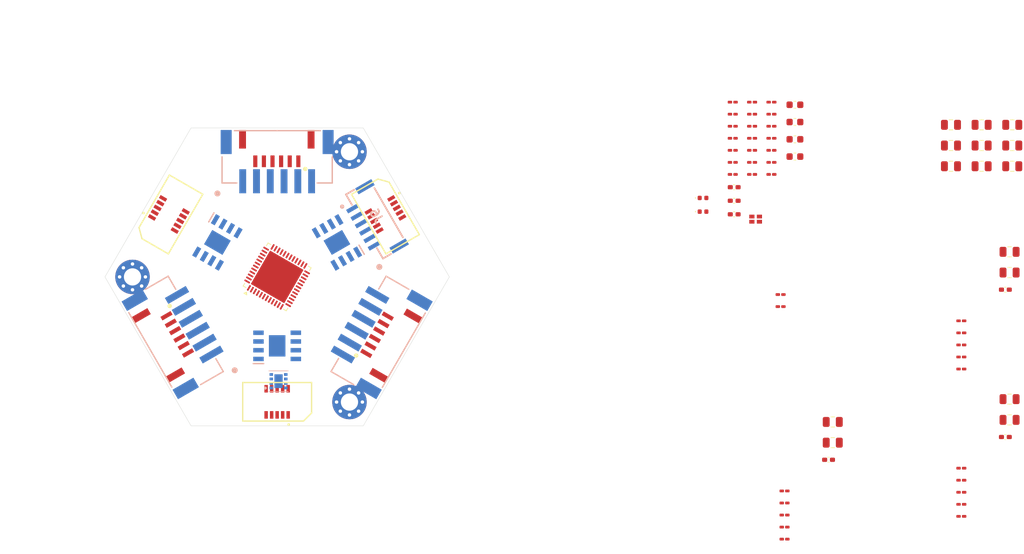
<source format=kicad_pcb>
(kicad_pcb (version 20241229) (generator "pcbnew") (generator_version "9.0")
  (layers (0 "F.Cu" signal) (4 "In1.Cu" signal) (6 "In2.Cu" signal) (8 "In3.Cu" signal) (10 "In4.Cu" signal) (2 "B.Cu" signal) (13 "F.Paste" user) (15 "B.Paste" user) (5 "F.SilkS" user "F.Silkscreen") (7 "B.SilkS" user "B.Silkscreen") (1 "F.Mask" user) (3 "B.Mask" user) (25 "Edge.Cuts" user))
  (net 0 "")
  (net 1 "GND")
  (net 2 "VBAT+")
  (net 3 "+3.3V")
  (net 4 "Net-(IC1-SS{slash}TR)")
  (net 5 "/ADC2_IN5")
  (net 6 "/NRST")
  (net 7 "/ADC_VBAT")
  (net 8 "/HSE_IN")
  (net 9 "Net-(Y1-CRYSTAL_2)")
  (net 10 "/EXT_BTN_EXTI10")
  (net 11 "Net-(D1-A)")
  (net 12 "Net-(IC1-FB)")
  (net 13 "Net-(IC1-PG)")
  (net 14 "/MOTOR2/MOT2")
  (net 15 "Net-(IC2-ILIM)")
  (net 16 "Net-(IC2-IN1)")
  (net 17 "/MOTOR2/MOT1")
  (net 18 "Net-(IC2-IN2)")
  (net 19 "/MOTOR1/MOT2")
  (net 20 "Net-(IC3-IN2)")
  (net 21 "Net-(IC3-ILIM)")
  (net 22 "Net-(IC3-IN1)")
  (net 23 "/MOTOR1/MOT1")
  (net 24 "/MOTOR3/MOT2")
  (net 25 "Net-(IC4-IN1)")
  (net 26 "/MOTOR3/MOT1")
  (net 27 "Net-(IC4-IN2)")
  (net 28 "Net-(IC4-ILIM)")
  (net 29 "Net-(J1-Pad3)")
  (net 30 "/HALL2_CS")
  (net 31 "/HALL2_MISO")
  (net 32 "Net-(J1-Pad5)")
  (net 33 "/MOT2_HALL_B{slash}TIM1CH2")
  (net 34 "/MOT2_HALL_A{slash}TIM1CH1")
  (net 35 "Net-(J3-Pad3)")
  (net 36 "/HALL1_MISO")
  (net 37 "Net-(J3-Pad5)")
  (net 38 "/HALL1_CS")
  (net 39 "/MOT1_HALL_B{slash}TIM2CH2")
  (net 40 "/MOT1_HALL_A{slash}TIM2CH1")
  (net 41 "/SWDIO")
  (net 42 "/SWCLK")
  (net 49 "/HALL3_MISO")
  (net 50 "Net-(J9-Pad3)")
  (net 51 "/HALL3_CS")
  (net 52 "Net-(J9-Pad5)")
  (net 53 "/MOT3_HALL_B{slash}TIM8CH2")
  (net 54 "/MOT3_HALL_A{slash}TIM8CH1")
  (net 55 "Net-(LEDRED1-A)")
  (net 56 "/HSE_OUT")
  (net 57 "/HALL2_CLK")
  (net 58 "/MOT2_PWMA{slash}TIM4CH1")
  (net 59 "/MOT2_PWMB{slash}TIM4CH2")
  (net 60 "/HALL2_MOSI")
  (net 61 "Net-(D1-K)")
  (net 62 "/HALL1_CLK")
  (net 63 "/MOT1_PWMA{slash}TIM3CH3")
  (net 64 "/MOT1_PWMB{slash}TIM3CH4")
  (net 65 "/HALL1_MOSI")
  (net 66 "/HALL3_CLK")
  (net 67 "/MOT3_PWMA{slash}TIM3CH1")
  (net 68 "/MOT3_PWMB{slash}TIM3CH2")
  (net 69 "/HALL3_MOSI")
  (net 71 "/USART3_TX")
  (net 76 "/USART3_RX")
  (net 78 "/UART_EXTI")
  (footprint "Resistor_SMD:R_0201_0603Metric_Pad0.64x0.40mm_HandSolder" (layer "F.Cu") (at 203.663 130.605)
    (property "Reference" "R18" (hide yes))
    (property "Value" "22R" (hide yes))
    (pad "1" smd roundrect (at -0.4075 0) (size 0.635 0.4) (layers "F.Cu" "F.Mask") (net 64 "/MOT1_PWMB{slash}TIM3CH4"))
    (pad "2" smd roundrect (at 0.4075 0) (size 0.635 0.4) (layers "F.Cu" "F.Mask") (net 22 "Net-(IC3-IN1)"))
  )
  (footprint "Capacitor_SMD:C_0603_1608Metric" (layer "F.Cu") (at 205.173 76.005)
    (property "Reference" "C5" (hide yes))
    (property "Value" "22u" (hide yes))
    (pad "1" smd roundrect (at -0.775 0) (size 0.9 0.95) (layers "F.Cu" "F.Mask" "F.Paste") (net 3 "+3.3V"))
    (pad "2" smd roundrect (at 0.775 0) (size 0.9 0.95) (layers "F.Cu" "F.Mask" "F.Paste") (net 1 "GND"))
  )
  (footprint "Capacitor_SMD:C_0201_0603Metric_Pad0.64x0.40mm_HandSolder" (layer "F.Cu") (at 196.143 75.855)
    (property "Reference" "C8" (hide yes))
    (property "Value" "100n" (hide yes))
    (pad "1" smd roundrect (at -0.4075 0) (size 0.635 0.4) (layers "F.Cu" "F.Mask") (net 7 "/ADC_VBAT"))
    (pad "2" smd roundrect (at 0.4075 0) (size 0.635 0.4) (layers "F.Cu" "F.Mask") (net 1 "GND"))
  )
  (footprint "Resistor_SMD:R_0201_0603Metric_Pad0.64x0.40mm_HandSolder" (layer "F.Cu") (at 229.333 107.635)
    (property "Reference" "R25" (hide yes))
    (property "Value" "32k" (hide yes))
    (pad "1" smd roundrect (at -0.4075 0) (size 0.635 0.4) (layers "F.Cu" "F.Mask") (net 28 "Net-(IC4-ILIM)"))
    (pad "2" smd roundrect (at 0.4075 0) (size 0.635 0.4) (layers "F.Cu" "F.Mask") (net 1 "GND"))
  )
  (footprint "Capacitor_SMD:C_0201_0603Metric_Pad0.64x0.40mm_HandSolder" (layer "F.Cu") (at 198.953 70.605)
    (property "Reference" "C18" (hide yes))
    (property "Value" "100n" (hide yes))
    (pad "1" smd roundrect (at -0.4075 0) (size 0.635 0.4) (layers "F.Cu" "F.Mask") (net 1 "GND"))
    (pad "2" smd roundrect (at 0.4075 0) (size 0.635 0.4) (layers "F.Cu" "F.Mask") (net 3 "+3.3V"))
  )
  (footprint "Resistor_SMD:R_0201_0603Metric_Pad0.64x0.40mm_HandSolder" (layer "F.Cu") (at 201.763 79.355)
    (property "Reference" "R9" (hide yes))
    (property "Value" "1k" (hide yes))
    (pad "1" smd roundrect (at -0.4075 0) (size 0.635 0.4) (layers "F.Cu" "F.Mask") (net 1 "GND"))
    (pad "2" smd roundrect (at 0.4075 0) (size 0.635 0.4) (layers "F.Cu" "F.Mask") (net 61 "Net-(D1-K)"))
  )
  (footprint "Capacitor_SMD:C_0805_2012Metric" (layer "F.Cu") (at 236.333 92.355)
    (property "Reference" "C36" (hide yes))
    (property "Value" "22u" (hide yes))
    (pad "1" smd roundrect (at -0.95 0) (size 1 1.45) (layers "F.Cu" "F.Mask" "F.Paste") (net 2 "VBAT+"))
    (pad "2" smd roundrect (at 0.95 0) (size 1 1.45) (layers "F.Cu" "F.Mask" "F.Paste") (net 1 "GND"))
  )
  (footprint "Resistor_SMD:R_0201_0603Metric_Pad0.64x0.40mm_HandSolder" (layer "F.Cu") (at 229.333 129.045)
    (property "Reference" "R14" (hide yes))
    (property "Value" "32k" (hide yes))
    (pad "1" smd roundrect (at -0.4075 0) (size 0.635 0.4) (layers "F.Cu" "F.Mask") (net 15 "Net-(IC2-ILIM)"))
    (pad "2" smd roundrect (at 0.4075 0) (size 0.635 0.4) (layers "F.Cu" "F.Mask") (net 1 "GND"))
  )
  (footprint "Resistor_SMD:R_0201_0603Metric_Pad0.64x0.40mm_HandSolder" (layer "F.Cu") (at 201.763 77.605)
    (property "Reference" "R8" (hide yes))
    (property "Value" "10k" (hide yes))
    (pad "1" smd roundrect (at -0.4075 0) (size 0.635 0.4) (layers "F.Cu" "F.Mask") (net 2 "VBAT+"))
    (pad "2" smd roundrect (at 0.4075 0) (size 0.635 0.4) (layers "F.Cu" "F.Mask") (net 7 "/ADC_VBAT"))
  )
  (footprint "Capacitor_SMD:C_0201_0603Metric_Pad0.64x0.40mm_HandSolder" (layer "F.Cu") (at 196.143 74.105)
    (property "Reference" "C7" (hide yes))
    (property "Value" "100n" (hide yes))
    (pad "1" smd roundrect (at -0.4075 0) (size 0.635 0.4) (layers "F.Cu" "F.Mask") (net 6 "/NRST"))
    (pad "2" smd roundrect (at 0.4075 0) (size 0.635 0.4) (layers "F.Cu" "F.Mask") (net 1 "GND"))
  )
  (footprint "Resistor_SMD:R_0201_0603Metric_Pad0.64x0.40mm_HandSolder" (layer "F.Cu") (at 203.093 100.315)
    (property "Reference" "R21" (hide yes))
    (property "Value" "1k" (hide yes))
    (pad "1" smd roundrect (at -0.4075 0) (size 0.635 0.4) (layers "F.Cu" "F.Mask") (net 1 "GND"))
    (pad "2" smd roundrect (at 0.4075 0) (size 0.635 0.4) (layers "F.Cu" "F.Mask") (net 10 "/EXT_BTN_EXTI10"))
  )
  (footprint "Capacitor_SMD:C_0201_0603Metric_Pad0.64x0.40mm_HandSolder" (layer "F.Cu") (at 198.953 72.355)
    (property "Reference" "C21" (hide yes))
    (property "Value" "100n" (hide yes))
    (pad "1" smd roundrect (at -0.4075 0) (size 0.635 0.4) (layers "F.Cu" "F.Mask") (net 1 "GND"))
    (pad "2" smd roundrect (at 0.4075 0) (size 0.635 0.4) (layers "F.Cu" "F.Mask") (net 3 "+3.3V"))
  )
  (footprint "ERM8:SAMTEC_ERM8-005-XX.X-X-DV-TR" (layer "F.Cu") (at 145.719 86.925 -60)
    (property "Reference" "J5" (hide yes))
    (property "Value" "ERM8-005-XX.X-X-DV-TR" (hide yes))
    (pad "" np_thru_hole circle (at -3.4 1.5 300) (size 1.45 1.45) (drill 1.45) (layers "*.Cu" "*.Mask"))
    (pad "" np_thru_hole circle (at 3.4 1.5 300) (size 1.45 1.45) (drill 1.45) (layers "*.Cu" "*.Mask"))
    (pad "01" smd rect (at -1.6 -1.9 300) (size 0.5 1.1) (layers "F.Cu" "F.Mask" "F.Paste") (net 1 "GND"))
    (pad "02" smd rect (at -1.6 1.9 300) (size 0.5 1.1) (layers "F.Cu" "F.Mask" "F.Paste") (net 1 "GND"))
    (pad "03" smd rect (at -0.8 -1.9 300) (size 0.5 1.1) (layers "F.Cu" "F.Mask" "F.Paste") (net 78 "/UART_EXTI"))
    (pad "04" smd rect (at -0.8 1.9 300) (size 0.5 1.1) (layers "F.Cu" "F.Mask" "F.Paste") (net 78 "/UART_EXTI"))
    (pad "05" smd rect (at 0 -1.9 300) (size 0.5 1.1) (layers "F.Cu" "F.Mask" "F.Paste") (net 71 "/USART3_TX"))
    (pad "06" smd rect (at 0 1.9 300) (size 0.5 1.1) (layers "F.Cu" "F.Mask" "F.Paste") (net 71 "/USART3_TX"))
    (pad "07" smd rect (at 0.8 -1.9 300) (size 0.5 1.1) (layers "F.Cu" "F.Mask" "F.Paste") (net 76 "/USART3_RX"))
    (pad "08" smd rect (at 0.8 1.9 300) (size 0.5 1.1) (layers "F.Cu" "F.Mask" "F.Paste") (net 76 "/USART3_RX"))
    (pad "09" smd rect (at 1.6 -1.9 300) (size 0.5 1.1) (layers "F.Cu" "F.Mask" "F.Paste") (net 2 "VBAT+"))
    (pad "10" smd rect (at 1.6 1.9 300) (size 0.5 1.1) (layers "F.Cu" "F.Mask" "F.Paste") (net 2 "VBAT+"))
  )
  (footprint "samacsys:SM06B-GHS-TB" (layer "F.Cu") (at 111.554231 106.624584 -60)
    (property "Reference" "J9" (hide yes))
    (property "Value" "SM06B-GHS-TB_LF__SN_" (hide yes))
    (pad "1" smd rect (at -3.124999 -4.55 300) (size 0.6 1.7) (layers "F.Cu" "F.Mask" "F.Paste") (net 1 "GND"))
    (pad "2" smd rect (at -1.875 -4.550001 300) (size 0.6 1.7) (layers "F.Cu" "F.Mask" "F.Paste") (net 51 "/HALL3_CS"))
    (pad "3" smd rect (at -0.625 -4.55 300) (size 0.6 1.7) (layers "F.Cu" "F.Mask" "F.Paste") (net 50 "Net-(J9-Pad3)"))
    (pad "4" smd rect (at 0.625 -4.55 300) (size 0.6 1.7) (layers "F.Cu" "F.Mask" "F.Paste") (net 49 "/HALL3_MISO"))
    (pad "5" smd rect (at 1.875001 -4.55 300) (size 0.6 1.7) (layers "F.Cu" "F.Mask" "F.Paste") (net 52 "Net-(J9-Pad5)"))
    (pad "6" smd rect (at 3.125 -4.550001 300) (size 0.6 1.7) (layers "F.Cu" "F.Mask" "F.Paste") (net 3 "+3.3V"))
    (pad "7" smd rect (at -4.975 -1.35 300) (size 1 2.7) (layers "F.Cu" "F.Mask" "F.Paste") (net 1 "GND"))
    (pad "8" smd rect (at 4.975 -1.35 300) (size 1 2.7) (layers "F.Cu" "F.Mask" "F.Paste") (net 1 "GND"))
  )
  (footprint "Capacitor_SMD:C_0402_1005Metric_Pad0.74x0.62mm_HandSolder" (layer "F.Cu") (at 235.723 119.265)
    (property "Reference" "C28" (hide yes))
    (property "Value" "1u" (hide yes))
    (pad "1" smd roundrect (at -0.5675 0) (size 0.735 0.62) (layers "F.Cu" "F.Mask" "F.Paste") (net 1 "GND"))
    (pad "2" smd roundrect (at 0.5675 0) (size 0.735 0.62) (layers "F.Cu" "F.Mask" "F.Paste") (net 2 "VBAT+"))
  )
  (footprint "Capacitor_SMD:C_0603_1608Metric" (layer "F.Cu") (at 205.173 73.495)
    (property "Reference" "C2" (hide yes))
    (property "Value" "10u" (hide yes))
    (pad "1" smd roundrect (at -0.775 0) (size 0.9 0.95) (layers "F.Cu" "F.Mask" "F.Paste") (net 2 "VBAT+"))
    (pad "2" smd roundrect (at 0.775 0) (size 0.9 0.95) (layers "F.Cu" "F.Mask" "F.Paste") (net 1 "GND"))
  )
  (footprint "Capacitor_SMD:C_0805_2012Metric" (layer "F.Cu") (at 210.663 120.085)
    (property "Reference" "C33" (hide yes))
    (property "Value" "22u" (hide yes))
    (pad "1" smd roundrect (at -0.95 0) (size 1 1.45) (layers "F.Cu" "F.Mask" "F.Paste") (net 2 "VBAT+"))
    (pad "2" smd roundrect (at 0.95 0) (size 1 1.45) (layers "F.Cu" "F.Mask" "F.Paste") (net 1 "GND"))
  )
  (footprint "Resistor_SMD:R_0201_0603Metric_Pad0.64x0.40mm_HandSolder" (layer "F.Cu") (at 203.663 134.105)
    (property "Reference" "R20" (hide yes))
    (property "Value" "22R" (hide yes))
    (pad "1" smd roundrect (at -0.4075 0) (size 0.635 0.4) (layers "F.Cu" "F.Mask") (net 37 "Net-(J3-Pad5)"))
    (pad "2" smd roundrect (at 0.4075 0) (size 0.635 0.4) (layers "F.Cu" "F.Mask") (net 65 "/HALL1_MOSI"))
  )
  (footprint "Capacitor_SMD:C_0402_1005Metric_Pad0.74x0.62mm_HandSolder" (layer "F.Cu") (at 196.353 86.905)
    (property "Reference" "C26" (hide yes))
    (property "Value" "1u" (hide yes))
    (pad "1" smd roundrect (at -0.5675 0) (size 0.735 0.62) (layers "F.Cu" "F.Mask" "F.Paste") (net 1 "GND"))
    (pad "2" smd roundrect (at 0.5675 0) (size 0.735 0.62) (layers "F.Cu" "F.Mask" "F.Paste") (net 3 "+3.3V"))
  )
  (footprint "Resistor_SMD:R_0201_0603Metric_Pad0.64x0.40mm_HandSolder" (layer "F.Cu") (at 229.333 109.385)
    (property "Reference" "R26" (hide yes))
    (property "Value" "22R" (hide yes))
    (pad "1" smd roundrect (at -0.4075 0) (size 0.635 0.4) (layers "F.Cu" "F.Mask") (net 52 "Net-(J9-Pad5)"))
    (pad "2" smd roundrect (at 0.4075 0) (size 0.635 0.4) (layers "F.Cu" "F.Mask") (net 69 "/HALL3_MOSI"))
  )
  (footprint "Capacitor_SMD:C_0805_2012Metric" (layer "F.Cu") (at 210.663 117.075)
    (property "Reference" "C32" (hide yes))
    (property "Value" "22u" (hide yes))
    (pad "1" smd roundrect (at -0.95 0) (size 1 1.45) (layers "F.Cu" "F.Mask" "F.Paste") (net 2 "VBAT+"))
    (pad "2" smd roundrect (at 0.95 0) (size 1 1.45) (layers "F.Cu" "F.Mask" "F.Paste") (net 1 "GND"))
  )
  (footprint "MountingHole:MountingHole_2.5mm_Pad_Via" (layer "F.Cu") (at 140.5 77.813467)
    (property "Reference" "TP1" (hide yes))
    (property "Value" "TestPoint" (hide yes))
    (pad "1" thru_hole circle (at -1.875 0) (size 0.8 0.8) (drill 0.5) (layers "*.Cu" "*.Mask") (net 1 "GND"))
    (pad "1" thru_hole circle (at -1.325825 -1.325825) (size 0.8 0.8) (drill 0.5) (layers "*.Cu" "*.Mask") (net 1 "GND"))
    (pad "1" thru_hole circle (at -1.325825 1.325825) (size 0.8 0.8) (drill 0.5) (layers "*.Cu" "*.Mask") (net 1 "GND"))
    (pad "1" thru_hole circle (at 0 -1.875) (size 0.8 0.8) (drill 0.5) (layers "*.Cu" "*.Mask") (net 1 "GND"))
    (pad "1" thru_hole circle (at 0 0) (size 5 5) (drill 2.5) (layers "*.Cu" "*.Mask") (net 1 "GND"))
    (pad "1" thru_hole circle (at 0 1.875) (size 0.8 0.8) (drill 0.5) (layers "*.Cu" "*.Mask") (net 1 "GND"))
    (pad "1" thru_hole circle (at 1.325825 -1.325825) (size 0.8 0.8) (drill 0.5) (layers "*.Cu" "*.Mask") (net 1 "GND"))
    (pad "1" thru_hole circle (at 1.325825 1.325825) (size 0.8 0.8) (drill 0.5) (layers "*.Cu" "*.Mask") (net 1 "GND"))
    (pad "1" thru_hole circle (at 1.875 0) (size 0.8 0.8) (drill 0.5) (layers "*.Cu" "*.Mask") (net 1 "GND"))
  )
  (footprint "samacsys:SM06B-GHS-TB" (layer "F.Cu") (at 148.437442 106.685 60)
    (property "Reference" "J3" (hide yes))
    (property "Value" "SM06B-GHS-TB_LF__SN_" (hide yes))
    (pad "1" smd rect (at -3.125 -4.550001 60) (size 0.6 1.7) (layers "F.Cu" "F.Mask" "F.Paste") (net 1 "GND"))
    (pad "2" smd rect (at -1.875001 -4.55 60) (size 0.6 1.7) (layers "F.Cu" "F.Mask" "F.Paste") (net 38 "/HALL1_CS"))
    (pad "3" smd rect (at -0.625 -4.55 60) (size 0.6 1.7) (layers "F.Cu" "F.Mask" "F.Paste") (net 35 "Net-(J3-Pad3)"))
    (pad "4" smd rect (at 0.625 -4.55 60) (size 0.6 1.7) (layers "F.Cu" "F.Mask" "F.Paste") (net 36 "/HALL1_MISO"))
    (pad "5" smd rect (at 1.875 -4.550001 60) (size 0.6 1.7) (layers "F.Cu" "F.Mask" "F.Paste") (net 37 "Net-(J3-Pad5)"))
    (pad "6" smd rect (at 3.124999 -4.55 60) (size 0.6 1.7) (layers "F.Cu" "F.Mask" "F.Paste") (net 3 "+3.3V"))
    (pad "7" smd rect (at -4.975 -1.35 60) (size 1 2.7) (layers "F.Cu" "F.Mask" "F.Paste") (net 1 "GND"))
    (pad "8" smd rect (at 4.975 -1.35 60) (size 1 2.7) (layers "F.Cu" "F.Mask" "F.Paste") (net 1 "GND"))
  )
  (footprint "Capacitor_SMD:C_0402_1005Metric_Pad0.74x0.62mm_HandSolder" (layer "F.Cu") (at 235.723 97.855)
    (property "Reference" "C35" (hide yes))
    (property "Value" "1u" (hide yes))
    (pad "1" smd roundrect (at -0.5675 0) (size 0.735 0.62) (layers "F.Cu" "F.Mask" "F.Paste") (net 1 "GND"))
    (pad "2" smd roundrect (at 0.5675 0) (size 0.735 0.62) (layers "F.Cu" "F.Mask" "F.Paste") (net 2 "VBAT+"))
  )
  (footprint "Resistor_SMD:R_0201_0603Metric_Pad0.64x0.40mm_HandSolder" (layer "F.Cu") (at 201.763 81.105)
    (property "Reference" "R10" (hide yes))
    (property "Value" "22R" (hide yes))
    (pad "1" smd roundrect (at -0.4075 0) (size 0.635 0.4) (layers "F.Cu" "F.Mask") (net 9 "Net-(Y1-CRYSTAL_2)"))
    (pad "2" smd roundrect (at 0.4075 0) (size 0.635 0.4) (layers "F.Cu" "F.Mask") (net 56 "/HSE_OUT"))
  )
  (footprint "Capacitor_SMD:C_0805_2012Metric" (layer "F.Cu") (at 236.725 79.92)
    (property "Reference" "C27" (hide yes))
    (property "Value" "22u" (hide yes))
    (pad "1" smd roundrect (at -0.95 0) (size 1 1.45) (layers "F.Cu" "F.Mask" "F.Paste") (net 2 "VBAT+"))
    (pad "2" smd roundrect (at 0.95 0) (size 1 1.45) (layers "F.Cu" "F.Mask" "F.Paste") (net 1 "GND"))
  )
  (footprint "Resistor_SMD:R_0201_0603Metric_Pad0.64x0.40mm_HandSolder" (layer "F.Cu") (at 198.953 77.605)
    (property "Reference" "R1" (hide yes))
    (property "Value" "15k" (hide yes))
    (pad "1" smd roundrect (at -0.4075 0) (size 0.635 0.4) (layers "F.Cu" "F.Mask") (net 5 "/ADC2_IN5"))
    (pad "2" smd roundrect (at 0.4075 0) (size 0.635 0.4) (layers "F.Cu" "F.Mask") (net 1 "GND"))
  )
  (footprint "Capacitor_SMD:C_0201_0603Metric_Pad0.64x0.40mm_HandSolder" (layer "F.Cu") (at 196.143 79.355)
    (property "Reference" "C11" (hide yes))
    (property "Value" "100n" (hide yes))
    (pad "1" smd roundrect (at -0.4075 0) (size 0.635 0.4) (layers "F.Cu" "F.Mask") (net 1 "GND"))
    (pad "2" smd roundrect (at 0.4075 0) (size 0.635 0.4) (layers "F.Cu" "F.Mask") (net 3 "+3.3V"))
  )
  (footprint "Capacitor_SMD:C_0201_0603Metric_Pad0.64x0.40mm_HandSolder" (layer "F.Cu") (at 196.143 77.605)
    (property "Reference" "C9" (hide yes))
    (property "Value" "100n" (hide yes))
    (pad "1" smd roundrect (at -0.4075 0) (size 0.635 0.4) (layers "F.Cu" "F.Mask") (net 1 "GND"))
    (pad "2" smd roundrect (at 0.4075 0) (size 0.635 0.4) (layers "F.Cu" "F.Mask") (net 8 "/HSE_IN"))
  )
  (footprint "Capacitor_SMD:C_0805_2012Metric" (layer "F.Cu") (at 236.725 76.91)
    (property "Reference" "C24" (hide yes))
    (property "Value" "22u" (hide yes))
    (pad "1" smd roundrect (at -0.95 0) (size 1 1.45) (layers "F.Cu" "F.Mask" "F.Paste") (net 2 "VBAT+"))
    (pad "2" smd roundrect (at 0.95 0) (size 1 1.45) (layers "F.Cu" "F.Mask" "F.Paste") (net 1 "GND"))
  )
  (footprint "Capacitor_SMD:C_0805_2012Metric" (layer "F.Cu") (at 227.825 79.92)
    (property "Reference" "C14" (hide yes))
    (property "Value" "22u" (hide yes))
    (pad "1" smd roundrect (at -0.95 0) (size 1 1.45) (layers "F.Cu" "F.Mask" "F.Paste") (net 2 "VBAT+"))
    (pad "2" smd roundrect (at 0.95 0) (size 1 1.45) (layers "F.Cu" "F.Mask" "F.Paste") (net 1 "GND"))
  )
  (footprint "Capacitor_SMD:C_0402_1005Metric_Pad0.74x0.62mm_HandSolder" (layer "F.Cu") (at 196.353 84.935)
    (property "Reference" "C16" (hide yes))
    (property "Value" "4.7u" (hide yes))
    (pad "1" smd roundrect (at -0.5675 0) (size 0.735 0.62) (layers "F.Cu" "F.Mask" "F.Paste") (net 3 "+3.3V"))
    (pad "2" smd roundrect (at 0.5675 0) (size 0.735 0.62) (layers "F.Cu" "F.Mask" "F.Paste") (net 1 "GND"))
  )
  (footprint "Resistor_SMD:R_0201_0603Metric_Pad0.64x0.40mm_HandSolder" (layer "F.Cu") (at 203.663 127.105)
    (property "Reference" "R16" (hide yes))
    (property "Value" "22R" (hide yes))
    (pad "1" smd roundrect (at -0.4075 0) (size 0.635 0.4) (layers "F.Cu" "F.Mask") (net 62 "/HALL1_CLK"))
    (pad "2" smd roundrect (at 0.4075 0) (size 0.635 0.4) (layers "F.Cu" "F.Mask") (net 35 "Net-(J3-Pad3)"))
  )
  (footprint "Capacitor_SMD:C_0805_2012Metric" (layer "F.Cu") (at 232.275 73.9)
    (property "Reference" "C15" (hide yes))
    (property "Value" "22u" (hide yes))
    (pad "1" smd roundrect (at -0.95 0) (size 1 1.45) (layers "F.Cu" "F.Mask" "F.Paste") (net 2 "VBAT+"))
    (pad "2" smd roundrect (at 0.95 0) (size 1 1.45) (layers "F.Cu" "F.Mask" "F.Paste") (net 1 "GND"))
  )
  (footprint "MountingHole:MountingHole_2.5mm_Pad_Via" (layer "F.Cu") (at 140.5 114.186533)
    (property "Reference" "TP3" (hide yes))
    (property "Value" "TestPoint" (hide yes))
    (pad "1" thru_hole circle (at -1.875 0) (size 0.8 0.8) (drill 0.5) (layers "*.Cu" "*.Mask") (net 1 "GND"))
    (pad "1" thru_hole circle (at -1.325825 -1.325825) (size 0.8 0.8) (drill 0.5) (layers "*.Cu" "*.Mask") (net 1 "GND"))
    (pad "1" thru_hole circle (at -1.325825 1.325825) (size 0.8 0.8) (drill 0.5) (layers "*.Cu" "*.Mask") (net 1 "GND"))
    (pad "1" thru_hole circle (at 0 -1.875) (size 0.8 0.8) (drill 0.5) (layers "*.Cu" "*.Mask") (net 1 "GND"))
    (pad "1" thru_hole circle (at 0 0) (size 5 5) (drill 2.5) (layers "*.Cu" "*.Mask") (net 1 "GND"))
    (pad "1" thru_hole circle (at 0 1.875) (size 0.8 0.8) (drill 0.5) (layers "*.Cu" "*.Mask") (net 1 "GND"))
    (pad "1" thru_hole circle (at 1.325825 -1.325825) (size 0.8 0.8) (drill 0.5) (layers "*.Cu" "*.Mask") (net 1 "GND"))
    (pad "1" thru_hole circle (at 1.325825 1.325825) (size 0.8 0.8) (drill 0.5) (layers "*.Cu" "*.Mask") (net 1 "GND"))
    (pad "1" thru_hole circle (at 1.875 0) (size 0.8 0.8) (drill 0.5) (layers "*.Cu" "*.Mask") (net 1 "GND"))
  )
  (footprint "Resistor_SMD:R_0201_0603Metric_Pad0.64x0.40mm_HandSolder" (layer "F.Cu") (at 201.763 70.605)
    (property "Reference" "R4" (hide yes))
    (property "Value" "309k" (hide yes))
    (pad "1" smd roundrect (at -0.4075 0) (size 0.635 0.4) (layers "F.Cu" "F.Mask") (net 3 "+3.3V"))
    (pad "2" smd roundrect (at 0.4075 0) (size 0.635 0.4) (layers "F.Cu" "F.Mask") (net 12 "Net-(IC1-FB)"))
  )
  (footprint "Capacitor_SMD:C_0201_0603Metric_Pad0.64x0.40mm_HandSolder" (layer "F.Cu") (at 198.953 75.855)
    (property "Reference" "C25" (hide yes))
    (property "Value" "10n" (hide yes))
    (pad "1" smd roundrect (at -0.4075 0) (size 0.635 0.4) (layers "F.Cu" "F.Mask") (net 1 "GND"))
    (pad "2" smd roundrect (at 0.4075 0) (size 0.635 0.4) (layers "F.Cu" "F.Mask") (net 3 "+3.3V"))
  )
  (footprint "Capacitor_SMD:C_0402_1005Metric_Pad0.74x0.62mm_HandSolder" (layer "F.Cu") (at 196.353 82.965)
    (property "Reference" "C10" (hide yes))
    (property "Value" "1u" (hide yes))
    (pad "1" smd roundrect (at -0.5675 0) (size 0.735 0.62) (layers "F.Cu" "F.Mask" "F.Paste") (net 1 "GND"))
    (pad "2" smd roundrect (at 0.5675 0) (size 0.735 0.62) (layers "F.Cu" "F.Mask" "F.Paste") (net 3 "+3.3V"))
  )
  (footprint "Capacitor_SMD:C_0201_0603Metric_Pad0.64x0.40mm_HandSolder" (layer "F.Cu") (at 198.953 74.105)
    (property "Reference" "C23" (hide yes))
    (property "Value" "100n" (hide yes))
    (pad "1" smd roundrect (at -0.4075 0) (size 0.635 0.4) (layers "F.Cu" "F.Mask") (net 1 "GND"))
    (pad "2" smd roundrect (at 0.4075 0) (size 0.635 0.4) (layers "F.Cu" "F.Mask") (net 3 "+3.3V"))
  )
  (footprint "Capacitor_SMD:C_0805_2012Metric" (layer "F.Cu") (at 232.275 76.91)
    (property "Reference" "C19" (hide yes))
    (property "Value" "22u" (hide yes))
    (pad "1" smd roundrect (at -0.95 0) (size 1 1.45) (layers "F.Cu" "F.Mask" "F.Paste") (net 2 "VBAT+"))
    (pad "2" smd roundrect (at 0.95 0) (size 1 1.45) (layers "F.Cu" "F.Mask" "F.Paste") (net 1 "GND"))
  )
  (footprint "LED_SMD:LED_0402_1005Metric" (layer "F.Cu") (at 191.828 84.525)
    (property "Reference" "D1" (hide yes))
    (property "Value" "LED" (hide yes))
    (pad "1" smd roundrect (at -0.485 0) (size 0.59 0.64) (layers "F.Cu" "F.Mask" "F.Paste") (net 61 "Net-(D1-K)"))
    (pad "2" smd roundrect (at 0.485 0) (size 0.59 0.64) (layers "F.Cu" "F.Mask" "F.Paste") (net 11 "Net-(D1-A)"))
  )
  (footprint "Resistor_SMD:R_0201_0603Metric_Pad0.64x0.40mm_HandSolder" (layer "F.Cu") (at 198.953 79.355)
    (property "Reference" "R2" (hide yes))
    (property "Value" "100k" (hide yes))
    (pad "1" smd roundrect (at -0.4075 0) (size 0.635 0.4) (layers "F.Cu" "F.Mask") (net 3 "+3.3V"))
    (pad "2" smd roundrect (at 0.4075 0) (size 0.635 0.4) (layers "F.Cu" "F.Mask") (net 5 "/ADC2_IN5"))
  )
  (footprint "Resistor_SMD:R_0201_0603Metric_Pad0.64x0.40mm_HandSolder" (layer "F.Cu") (at 201.763 72.355)
    (property "Reference" "R5" (hide yes))
    (property "Value" "100k" (hide yes))
    (pad "1" smd roundrect (at -0.4075 0) (size 0.635 0.4) (layers "F.Cu" "F.Mask") (net 12 "Net-(IC1-FB)"))
    (pad "2" smd roundrect (at 0.4075 0) (size 0.635 0.4) (layers "F.Cu" "F.Mask") (net 1 "GND"))
  )
  (footprint "Capacitor_SMD:C_0201_0603Metric_Pad0.64x0.40mm_HandSolder" (layer "F.Cu") (at 196.143 70.605)
    (property "Reference" "C3" (hide yes))
    (property "Value" "430pF" (hide yes))
    (pad "1" smd roundrect (at -0.4075 0) (size 0.635 0.4) (layers "F.Cu" "F.Mask") (net 4 "Net-(IC1-SS{slash}TR)"))
    (pad "2" smd roundrect (at 0.4075 0) (size 0.635 0.4) (layers "F.Cu" "F.Mask") (net 1 "GND"))
  )
  (footprint "Package_DFN_QFN:QFN-48-1EP_7x7mm_P0.5mm_EP5.6x5.6mm" (layer "F.Cu") (at 130 96 60)
    (property "Reference" "U1" (hide yes))
    (property "Value" "STM32G431CBUx" (hide yes))
    (pad "1" smd roundrect (at -3.4375 -2.75 60) (size 0.875 0.25) (layers "F.Cu" "F.Mask" "F.Paste") (net 3 "+3.3V"))
    (pad "2" smd roundrect (at -3.4375 -2.25 60) (size 0.875 0.25) (layers "F.Cu" "F.Mask" "F.Paste") (net 11 "Net-(D1-A)"))
    (pad "3" smd roundrect (at -3.437499 -1.75 60) (size 0.875 0.25) (layers "F.Cu" "F.Mask" "F.Paste"))
    (pad "4" smd roundrect (at -3.4375 -1.25 60) (size 0.875 0.25) (layers "F.Cu" "F.Mask" "F.Paste") (net 7 "/ADC_VBAT"))
    (pad "5" smd roundrect (at -3.4375 -0.75 60) (size 0.875 0.25) (layers "F.Cu" "F.Mask" "F.Paste") (net 8 "/HSE_IN"))
    (pad "6" smd roundrect (at -3.4375 -0.25 60) (size 0.875 0.25) (layers "F.Cu" "F.Mask" "F.Paste") (net 56 "/HSE_OUT"))
    (pad "7" smd roundrect (at -3.4375 0.25 60) (size 0.875 0.25) (layers "F.Cu" "F.Mask" "F.Paste") (net 6 "/NRST"))
    (pad "8" smd roundrect (at -3.4375 0.75 60) (size 0.875 0.25) (layers "F.Cu" "F.Mask" "F.Paste") (net 40 "/MOT1_HALL_A{slash}TIM2CH1"))
    (pad "9" smd roundrect (at -3.4375 1.25 60) (size 0.875 0.25) (layers "F.Cu" "F.Mask" "F.Paste") (net 39 "/MOT1_HALL_B{slash}TIM2CH2"))
    (pad "10" smd roundrect (at -3.4375 1.749999 60) (size 0.875 0.25) (layers "F.Cu" "F.Mask" "F.Paste"))
    (pad "11" smd roundrect (at -3.4375 2.25 60) (size 0.875 0.25) (layers "F.Cu" "F.Mask" "F.Paste") (net 38 "/HALL1_CS"))
    (pad "12" smd roundrect (at -3.4375 2.75 60) (size 0.875 0.25) (layers "F.Cu" "F.Mask" "F.Paste") (net 68 "/MOT3_PWMB{slash}TIM3CH2"))
    (pad "13" smd roundrect (at -2.75 3.4375 60) (size 0.25 0.875) (layers "F.Cu" "F.Mask" "F.Paste") (net 62 "/HALL1_CLK"))
    (pad "14" smd roundrect (at -2.25 3.4375 60) (size 0.25 0.875) (layers "F.Cu" "F.Mask" "F.Paste") (net 36 "/HALL1_MISO"))
    (pad "15" smd roundrect (at -1.75 3.437499 60) (size 0.25 0.875) (layers "F.Cu" "F.Mask" "F.Paste") (net 65 "/HALL1_MOSI"))
    (pad "16" smd roundrect (at -1.25 3.4375 60) (size 0.25 0.875) (layers "F.Cu" "F.Mask" "F.Paste") (net 5 "/ADC2_IN5"))
    (pad "17" smd roundrect (at -0.75 3.4375 60) (size 0.25 0.875) (layers "F.Cu" "F.Mask" "F.Paste") (net 63 "/MOT1_PWMA{slash}TIM3CH3"))
    (pad "18" smd roundrect (at -0.25 3.4375 60) (size 0.25 0.875) (layers "F.Cu" "F.Mask" "F.Paste") (net 64 "/MOT1_PWMB{slash}TIM3CH4"))
    (pad "19" smd roundrect (at 0.25 3.4375 60) (size 0.25 0.875) (layers "F.Cu" "F.Mask" "F.Paste") (net 78 "/UART_EXTI"))
    (pad "20" smd roundrect (at 0.75 3.4375 60) (size 0.25 0.875) (layers "F.Cu" "F.Mask" "F.Paste") (net 3 "+3.3V"))
    (pad "21" smd roundrect (at 1.25 3.4375 60) (size 0.25 0.875) (layers "F.Cu" "F.Mask" "F.Paste") (net 3 "+3.3V"))
    (pad "22" smd roundrect (at 1.749999 3.4375 60) (size 0.25 0.875) (layers "F.Cu" "F.Mask" "F.Paste") (net 71 "/USART3_TX"))
    (pad "23" smd roundrect (at 2.25 3.4375 60) (size 0.25 0.875) (layers "F.Cu" "F.Mask" "F.Paste") (net 3 "+3.3V"))
    (pad "24" smd roundrect (at 2.75 3.4375 60) (size 0.25 0.875) (layers "F.Cu" "F.Mask" "F.Paste") (net 76 "/USART3_RX"))
    (pad "25" smd roundrect (at 3.4375 2.75 60) (size 0.875 0.25) (layers "F.Cu" "F.Mask" "F.Paste") (net 30 "/HALL2_CS"))
    (pad "26" smd roundrect (at 3.4375 2.25 60) (size 0.875 0.25) (layers "F.Cu" "F.Mask" "F.Paste") (net 57 "/HALL2_CLK"))
    (pad "27" smd roundrect (at 3.437499 1.75 60) (size 0.875 0.25) (layers "F.Cu" "F.Mask" "F.Paste") (net 31 "/HALL2_MISO"))
    (pad "28" smd roundrect (at 3.4375 1.25 60) (size 0.875 0.25) (layers "F.Cu" "F.Mask" "F.Paste") (net 60 "/HALL2_MOSI"))
    (pad "29" smd roundrect (at 3.4375 0.75 60) (size 0.875 0.25) (layers "F.Cu" "F.Mask" "F.Paste") (net 67 "/MOT3_PWMA{slash}TIM3CH1"))
    (pad "30" smd roundrect (at 3.4375 0.25 60) (size 0.875 0.25) (layers "F.Cu" "F.Mask" "F.Paste") (net 34 "/MOT2_HALL_A{slash}TIM1CH1"))
    (pad "31" smd roundrect (at 3.4375 -0.25 60) (size 0.875 0.25) (layers "F.Cu" "F.Mask" "F.Paste") (net 33 "/MOT2_HALL_B{slash}TIM1CH2"))
    (pad "32" smd roundrect (at 3.4375 -0.75 60) (size 0.875 0.25) (layers "F.Cu" "F.Mask" "F.Paste"))
    (pad "33" smd roundrect (at 3.4375 -1.25 60) (size 0.875 0.25) (layers "F.Cu" "F.Mask" "F.Paste") (net 58 "/MOT2_PWMA{slash}TIM4CH1"))
    (pad "34" smd roundrect (at 3.4375 -1.749999 60) (size 0.875 0.25) (layers "F.Cu" "F.Mask" "F.Paste") (net 59 "/MOT2_PWMB{slash}TIM4CH2"))
    (pad "35" smd roundrect (at 3.4375 -2.25 60) (size 0.875 0.25) (layers "F.Cu" "F.Mask" "F.Paste") (net 3 "+3.3V"))
    (pad "36" smd roundrect (at 3.4375 -2.75 60) (size 0.875 0.25) (layers "F.Cu" "F.Mask" "F.Paste") (net 41 "/SWDIO"))
    (pad "37" smd roundrect (at 2.75 -3.4375 60) (size 0.25 0.875) (layers "F.Cu" "F.Mask" "F.Paste") (net 42 "/SWCLK"))
    (pad "38" smd roundrect (at 2.25 -3.4375 60) (size 0.25 0.875) (layers "F.Cu" "F.Mask" "F.Paste") (net 51 "/HALL3_CS"))
    (pad "39" smd roundrect (at 1.75 -3.437499 60) (size 0.25 0.875) (layers "F.Cu" "F.Mask" "F.Paste") (net 10 "/EXT_BTN_EXTI10"))
    (pad "40" smd roundrect (at 1.25 -3.4375 60) (size 0.25 0.875) (layers "F.Cu" "F.Mask" "F.Paste"))
    (pad "41" smd roundrect (at 0.75 -3.4375 60) (size 0.25 0.875) (layers "F.Cu" "F.Mask" "F.Paste") (net 66 "/HALL3_CLK"))
    (pad "42" smd roundrect (at 0.25 -3.4375 60) (size 0.25 0.875) (layers "F.Cu" "F.Mask" "F.Paste") (net 49 "/HALL3_MISO"))
    (pad "43" smd roundrect (at -0.25 -3.4375 60) (size 0.25 0.875) (layers "F.Cu" "F.Mask" "F.Paste") (net 69 "/HALL3_MOSI"))
    (pad "44" smd roundrect (at -0.75 -3.4375 60) (size 0.25 0.875) (layers "F.Cu" "F.Mask" "F.Paste") (net 54 "/MOT3_HALL_A{slash}TIM8CH1"))
    (pad "45" smd roundrect (at -1.25 -3.4375 60) (size 0.25 0.875) (layers "F.Cu" "F.Mask" "F.Paste"))
    (pad "46" smd roundrect (at -1.749999 -3.4375 60) (size 0.25 0.875) (layers "F.Cu" "F.Mask" "F.Paste") (net 53 "/MOT3_HALL_B{slash}TIM8CH2"))
    (pad "47" smd roundrect (at -2.25 -3.4375 60) (size 0.25 0.875) (layers "F.Cu" "F.Mask" "F.Paste"))
    (pad "48" smd roundrect (at -2.75 -3.4375 60) (size 0.25 0.875) (layers "F.Cu" "F.Mask" "F.Paste") (net 3 "+3.3V"))
    (pad "49" smd rect (at 0 0 60) (size 5.6 5.6) (property pad_prop_heatsink) (layers "F.Cu" "F.Mask") (net 1 "GND"))
  )
  (footprint "Resistor_SMD:R_0201_0603Metric_Pad0.64x0.40mm_HandSolder" (layer "F.Cu") (at 229.333 104.135)
    (property "Reference" "R23" (hide yes))
    (property "Value" "22R" (hide yes))
    (pad "1" smd roundrect (at -0.4075 0) (size 0.635 0.4) (layers "F.Cu" "F.Mask") (net 67 "/MOT3_PWMA{slash}TIM3CH1"))
    (pad "2" smd roundrect (at 0.4075 0) (size 0.635 0.4) (layers "F.Cu" "F.Mask") (net 27 "Net-(IC4-IN2)"))
  )
  (footprint "Resistor_SMD:R_0201_0603Metric_Pad0.64x0.40mm_HandSolder" (layer "F.Cu") (at 201.763 74.105)
    (property "Reference" "R6" (hide yes))
    (property "Value" "1k" (hide yes))
    (pad "1" smd roundrect (at -0.4075 0) (size 0.635 0.4) (layers "F.Cu" "F.Mask") (net 3 "+3.3V"))
    (pad "2" smd roundrect (at 0.4075 0) (size 0.635 0.4) (layers "F.Cu" "F.Mask") (net 55 "Net-(LEDRED1-A)"))
  )
  (footprint "samacsys:830069528" (layer "F.Cu") (at 199.468 87.605)
    (property "Reference" "Y1" (hide yes))
    (property "Value" "830069528" (hide yes))
    (pad "1" smd rect (at -0.55 0.375 90) (size 0.55 0.75) (layers "F.Cu" "F.Mask" "F.Paste") (net 8 "/HSE_IN"))
    (pad "2" smd rect (at 0.55 0.375 90) (size 0.55 0.75) (layers "F.Cu" "F.Mask" "F.Paste") (net 1 "GND"))
    (pad "3" smd rect (at 0.55 -0.375 90) (size 0.55 0.75) (layers "F.Cu" "F.Mask" "F.Paste") (net 9 "Net-(Y1-CRYSTAL_2)"))
    (pad "4" smd rect (at -0.55 -0.375 90) (size 0.55 0.75) (layers "F.Cu" "F.Mask" "F.Paste") (net 1 "GND"))
  )
  (footprint "Capacitor_SMD:C_0805_2012Metric" (layer "F.Cu") (at 227.825 76.91)
    (property "Reference" "C13" (hide yes))
    (property "Value" "22u" (hide yes))
    (pad "1" smd roundrect (at -0.95 0) (size 1 1.45) (layers "F.Cu" "F.Mask" "F.Paste") (net 2 "VBAT+"))
    (pad "2" smd roundrect (at 0.95 0) (size 1 1.45) (layers "F.Cu" "F.Mask" "F.Paste") (net 1 "GND"))
  )
  (footprint "samacsys:SM06B-GHS-TB" (layer "F.Cu") (at 129.95 74.651115 180)
    (property "Reference" "J1" (hide yes))
    (property "Value" "SM06B-GHS-TB_LF__SN_" (hide yes))
    (pad "1" smd rect (at -3.125 -4.55 180) (size 0.6 1.7) (layers "F.Cu" "F.Mask" "F.Paste") (net 1 "GND"))
    (pad "2" smd rect (at -1.875 -4.55 180) (size 0.6 1.7) (layers "F.Cu" "F.Mask" "F.Paste") (net 30 "/HALL2_CS"))
    (pad "3" smd rect (at -0.625 -4.55 180) (size 0.6 1.7) (layers "F.Cu" "F.Mask" "F.Paste") (net 29 "Net-(J1-Pad3)"))
    (pad "4" smd rect (at 0.625 -4.55 180) (size 0.6 1.7) (layers "F.Cu" "F.Mask" "F.Paste") (net 31 "/HALL2_MISO"))
    (pad "5" smd rect (at 1.875 -4.55 180) (size 0.6 1.7) (layers "F.Cu" "F.Mask" "F.Paste") (net 32 "Net-(J1-Pad5)"))
    (pad "6" smd rect (at 3.125 -4.55 180) (size 0.6 1.7) (layers "F.Cu" "F.Mask" "F.Paste") (net 3 "+3.3V"))
    (pad "7" smd rect (at -4.975 -1.35 180) (size 1 2.7) (layers "F.Cu" "F.Mask" "F.Paste") (net 1 "GND"))
    (pad "8" smd rect (at 4.975 -1.35 180) (size 1 2.7) (layers "F.Cu" "F.Mask" "F.Paste") (net 1 "GND"))
  )
  (footprint "Capacitor_SMD:C_0603_1608Metric" (layer "F.Cu") (at 205.173 78.515)
    (property "Reference" "C6" (hide yes))
    (property "Value" "22u" (hide yes))
    (pad "1" smd roundrect (at -0.775 0) (size 0.9 0.95) (layers "F.Cu" "F.Mask" "F.Paste") (net 3 "+3.3V"))
    (pad "2" smd roundrect (at 0.775 0) (size 0.9 0.95) (layers "F.Cu" "F.Mask" "F.Paste") (net 1 "GND"))
  )
  (footprint "Resistor_SMD:R_0201_0603Metric_Pad0.64x0.40mm_HandSolder" (layer "F.Cu") (at 229.333 123.795)
    (property "Reference" "R11" (hide yes))
    (property "Value" "22R" (hide yes))
    (pad "1" smd roundrect (at -0.4075 0) (size 0.635 0.4) (layers "F.Cu" "F.Mask") (net 57 "/HALL2_CLK"))
    (pad "2" smd roundrect (at 0.4075 0) (size 0.635 0.4) (layers "F.Cu" "F.Mask") (net 29 "Net-(J1-Pad3)"))
  )
  (footprint "Capacitor_SMD:C_0603_1608Metric" (layer "F.Cu") (at 205.173 70.985)
    (property "Reference" "C1" (hide yes))
    (property "Value" "10u" (hide yes))
    (pad "1" smd roundrect (at -0.775 0) (size 0.9 0.95) (layers "F.Cu" "F.Mask" "F.Paste") (net 2 "VBAT+"))
    (pad "2" smd roundrect (at 0.775 0) (size 0.9 0.95) (layers "F.Cu" "F.Mask" "F.Paste") (net 1 "GND"))
  )
  (footprint "Capacitor_SMD:C_0201_0603Metric_Pad0.64x0.40mm_HandSolder" (layer "F.Cu") (at 203.093 98.565)
    (property "Reference" "C34" (hide yes))
    (property "Value" "100n" (hide yes))
    (pad "1" smd roundrect (at -0.4075 0) (size 0.635 0.4) (layers "F.Cu" "F.Mask") (net 10 "/EXT_BTN_EXTI10"))
    (pad "2" smd roundrect (at 0.4075 0) (size 0.635 0.4) (layers "F.Cu" "F.Mask") (net 1 "GND"))
  )
  (footprint "Resistor_SMD:R_0201_0603Metric_Pad0.64x0.40mm_HandSolder" (layer "F.Cu") (at 229.333 102.385)
    (property "Reference" "R22" (hide yes))
    (property "Value" "22R" (hide yes))
    (pad "1" smd roundrect (at -0.4075 0) (size 0.635 0.4) (layers "F.Cu" "F.Mask") (net 66 "/HALL3_CLK"))
    (pad "2" smd roundrect (at 0.4075 0) (size 0.635 0.4) (layers "F.Cu" "F.Mask") (net 50 "Net-(J9-Pad3)"))
  )
  (footprint "Capacitor_SMD:C_0201_0603Metric_Pad0.64x0.40mm_HandSolder" (layer "F.Cu") (at 196.143 81.105)
    (property "Reference" "C17" (hide yes))
    (property "Value" "100n" (hide yes))
    (pad "1" smd roundrect (at -0.4075 0) (size 0.635 0.4) (layers "F.Cu" "F.Mask") (net 1 "GND"))
    (pad "2" smd roundrect (at 0.4075 0) (size 0.635 0.4) (layers "F.Cu" "F.Mask") (net 9 "Net-(Y1-CRYSTAL_2)"))
  )
  (footprint "Resistor_SMD:R_0201_0603Metric_Pad0.64x0.40mm_HandSolder" (layer "F.Cu") (at 229.333 105.885)
    (property "Reference" "R24" (hide yes))
    (property "Value" "22R" (hide yes))
    (pad "1" smd roundrect (at -0.4075 0) (size 0.635 0.4) (layers "F.Cu" "F.Mask") (net 68 "/MOT3_PWMB{slash}TIM3CH2"))
    (pad "2" smd roundrect (at 0.4075 0) (size 0.635 0.4) (layers "F.Cu" "F.Mask") (net 25 "Net-(IC4-IN1)"))
  )
  (footprint "Capacitor_SMD:C_0805_2012Metric" (layer "F.Cu") (at 236.333 113.765)
    (property "Reference" "C29" (hide yes))
    (property "Value" "22u" (hide yes))
    (pad "1" smd roundrect (at -0.95 0) (size 1 1.45) (layers "F.Cu" "F.Mask" "F.Paste") (net 2 "VBAT+"))
    (pad "2" smd roundrect (at 0.95 0) (size 1 1.45) (layers "F.Cu" "F.Mask" "F.Paste") (net 1 "GND"))
  )
  (footprint "Resistor_SMD:R_0201_0603Metric_Pad0.64x0.40mm_HandSolder" (layer "F.Cu") (at 198.953 81.105)
    (property "Reference" "R3" (hide yes))
    (property "Value" "100k" (hide yes))
    (pad "1" smd roundrect (at -0.4075 0) (size 0.635 0.4) (layers "F.Cu" "F.Mask") (net 3 "+3.3V"))
    (pad "2" smd roundrect (at 0.4075 0) (size 0.635 0.4) (layers "F.Cu" "F.Mask") (net 13 "Net-(IC1-PG)"))
  )
  (footprint "Capacitor_SMD:C_0402_1005Metric_Pad0.74x0.62mm_HandSolder" (layer "F.Cu") (at 210.053 122.575)
    (property "Reference" "C31" (hide yes))
    (property "Value" "1u" (hide yes))
    (pad "1" smd roundrect (at -0.5675 0) (size 0.735 0.62) (layers "F.Cu" "F.Mask" "F.Paste") (net 1 "GND"))
    (pad "2" smd roundrect (at 0.5675 0) (size 0.735 0.62) (layers "F.Cu" "F.Mask" "F.Paste") (net 2 "VBAT+"))
  )
  (footprint "Resistor_SMD:R_0201_0603Metric_Pad0.64x0.40mm_HandSolder" (layer "F.Cu") (at 203.663 128.855)
    (property "Reference" "R17" (hide yes))
    (property "Value" "22R" (hide yes))
    (pad "1" smd roundrect (at -0.4075 0) (size 0.635 0.4) (layers "F.Cu" "F.Mask") (net 63 "/MOT1_PWMA{slash}TIM3CH3"))
    (pad "2" smd roundrect (at 0.4075 0) (size 0.635 0.4) (layers "F.Cu" "F.Mask") (net 20 "Net-(IC3-IN2)"))
  )
  (footprint "LED_SMD:LED_0402_1005Metric" (layer "F.Cu") (at 191.828 86.515)
    (property "Reference" "LEDRED1" (hide yes))
    (property "Value" "150040RS73240" (hide yes))
    (pad "1" smd roundrect (at -0.485 0) (size 0.59 0.64) (layers "F.Cu" "F.Mask" "F.Paste") (net 1 "GND"))
    (pad "2" smd roundrect (at 0.485 0) (size 0.59 0.64) (layers "F.Cu" "F.Mask" "F.Paste") (net 55 "Net-(LEDRED1-A)"))
  )
  (footprint "Capacitor_SMD:C_0805_2012Metric" (layer "F.Cu") (at 236.725 73.9)
    (property "Reference" "C22" (hide yes))
    (property "Value" "22u" (hide yes))
    (pad "1" smd roundrect (at -0.95 0) (size 1 1.45) (layers "F.Cu" "F.Mask" "F.Paste") (net 2 "VBAT+"))
    (pad "2" smd roundrect (at 0.95 0) (size 1 1.45) (layers "F.Cu" "F.Mask" "F.Paste") (net 1 "GND"))
  )
  (footprint "Resistor_SMD:R_0201_0603Metric_Pad0.64x0.40mm_HandSolder" (layer "F.Cu") (at 229.333 125.545)
    (property "Reference" "R12" (hide yes))
    (property "Value" "22R" (hide yes))
    (pad "1" smd roundrect (at -0.4075 0) (size 0.635 0.4) (layers "F.Cu" "F.Mask") (net 58 "/MOT2_PWMA{slash}TIM4CH1"))
    (pad "2" smd roundrect (at 0.4075 0) (size 0.635 0.4) (layers "F.Cu" "F.Mask") (net 18 "Net-(IC2-IN2)"))
  )
  (footprint "Resistor_SMD:R_0201_0603Metric_Pad0.64x0.40mm_HandSolder" (layer "F.Cu") (at 201.763 75.855)
    (property "Reference" "R7" (hide yes))
    (property "Value" "1k" (hide yes))
    (pad "1" smd roundrect (at -0.4075 0) (size 0.635 0.4) (layers "F.Cu" "F.Mask") (net 7 "/ADC_VBAT"))
    (pad "2" smd roundrect (at 0.4075 0) (size 0.635 0.4) (layers "F.Cu" "F.Mask") (net 1 "GND"))
  )
  (footprint "MountingHole:MountingHole_2.5mm_Pad_Via" (layer "F.Cu") (at 109 96)
    (property "Reference" "TP2" (hide yes))
    (property "Value" "TestPoint" (hide yes))
    (pad "1" thru_hole circle (at -1.875 0) (size 0.8 0.8) (drill 0.5) (layers "*.Cu" "*.Mask") (net 1 "GND"))
    (pad "1" thru_hole circle (at -1.325825 -1.325825) (size 0.8 0.8) (drill 0.5) (layers "*.Cu" "*.Mask") (net 1 "GND"))
    (pad "1" thru_hole circle (at -1.325825 1.325825) (size 0.8 0.8) (drill 0.5) (layers "*.Cu" "*.Mask") (net 1 "GND"))
    (pad "1" thru_hole circle (at 0 -1.875) (size 0.8 0.8) (drill 0.5) (layers "*.Cu" "*.Mask") (net 1 "GND"))
    (pad "1" thru_hole circle (at 0 0) (size 5 5) (drill 2.5) (layers "*.Cu" "*.Mask") (net 1 "GND"))
    (pad "1" thru_hole circle (at 0 1.875) (size 0.8 0.8) (drill 0.5) (layers "*.Cu" "*.Mask") (net 1 "GND"))
    (pad "1" thru_hole circle (at 1.325825 -1.325825) (size 0.8 0.8) (drill 0.5) (layers "*.Cu" "*.Mask") (net 1 "GND"))
    (pad "1" thru_hole circle (at 1.325825 1.325825) (size 0.8 0.8) (drill 0.5) (layers "*.Cu" "*.Mask") (net 1 "GND"))
    (pad "1" thru_hole circle (at 1.875 0) (size 0.8 0.8) (drill 0.5) (layers "*.Cu" "*.Mask") (net 1 "GND"))
  )
  (footprint "Resistor_SMD:R_0201_0603Metric_Pad0.64x0.40mm_HandSolder" (layer "F.Cu") (at 203.663 132.355)
    (property "Reference" "R19" (hide yes))
    (property "Value" "32k" (hide yes))
    (pad "1" smd roundrect (at -0.4075 0) (size 0.635 0.4) (layers "F.Cu" "F.Mask") (net 21 "Net-(IC3-ILIM)"))
    (pad "2" smd roundrect (at 0.4075 0) (size 0.635 0.4) (layers "F.Cu" "F.Mask") (net 1 "GND"))
  )
  (footprint "ERM8:SAMTEC_ERM8-005-XX.X-X-DV-TR" (layer "F.Cu") (at 130 114.15 180)
    (property "Reference" "J7" (hide yes))
    (property "Value" "ERM8-005-XX.X-X-DV-TR" (hide yes))
    (pad "" np_thru_hole circle (at -3.4 1.5 180) (size 1.45 1.45) (drill 1.45) (layers "*.Cu" "*.Mask"))
    (pad "" np_thru_hole circle (at 3.4 1.5 180) (size 1.45 1.45) (drill 1.45) (layers "*.Cu" "*.Mask"))
    (pad "01" smd rect (at -1.6 -1.9 180) (size 0.5 1.1) (layers "F.Cu" "F.Mask" "F.Paste") (net 1 "GND"))
    (pad "02" smd rect (at -1.6 1.9 180) (size 0.5 1.1) (layers "F.Cu" "F.Mask" "F.Paste") (net 1 "GND"))
    (pad "03" smd rect (at -0.8 -1.9 180) (size 0.5 1.1) (layers "F.Cu" "F.Mask" "F.Paste"))
    (pad "04" smd rect (at -0.8 1.9 180) (size 0.5 1.1) (layers "F.Cu" "F.Mask" "F.Paste"))
    (pad "05" smd rect (at 0 -1.9 180) (size 0.5 1.1) (layers "F.Cu" "F.Mask" "F.Paste"))
    (pad "06" smd rect (at 0 1.9 180) (size 0.5 1.1) (layers "F.Cu" "F.Mask" "F.Paste"))
    (pad "07" smd rect (at 0.8 -1.9 180) (size 0.5 1.1) (layers "F.Cu" "F.Mask" "F.Paste"))
    (pad "08" smd rect (at 0.8 1.9 180) (size 0.5 1.1) (layers "F.Cu" "F.Mask" "F.Paste"))
    (pad "09" smd rect (at 1.6 -1.9 180) (size 0.5 1.1) (layers "F.Cu" "F.Mask" "F.Paste") (net 2 "VBAT+"))
    (pad "10" smd rect (at 1.6 1.9 180) (size 0.5 1.1) (layers "F.Cu" "F.Mask" "F.Paste") (net 2 "VBAT+"))
  )
  (footprint "Capacitor_SMD:C_0805_2012Metric" (layer "F.Cu") (at 232.275 79.92)
    (property "Reference" "C20" (hide yes))
    (property "Value" "22u" (hide yes))
    (pad "1" smd roundrect (at -0.95 0) (size 1 1.45) (layers "F.Cu" "F.Mask" "F.Paste") (net 2 "VBAT+"))
    (pad "2" smd roundrect (at 0.95 0) (size 1 1.45) (layers "F.Cu" "F.Mask" "F.Paste") (net 1 "GND"))
  )
  (footprint "Capacitor_SMD:C_0201_0603Metric_Pad0.64x0.40mm_HandSolder" (layer "F.Cu") (at 196.143 72.355)
    (property "Reference" "C4" (hide yes))
    (property "Value" "100n" (hide yes))
    (pad "1" smd roundrect (at -0.4075 0) (size 0.635 0.4) (layers "F.Cu" "F.Mask") (net 5 "/ADC2_IN5"))
    (pad "2" smd roundrect (at 0.4075 0) (size 0.635 0.4) (layers "F.Cu" "F.Mask") (net 1 "GND"))
  )
  (footprint "Capacitor_SMD:C_0805_2012Metric" (layer "F.Cu") (at 236.333 116.775)
    (property "Reference" "C30" (hide yes))
    (property "Value" "22u" (hide yes))
    (pad "1" smd roundrect (at -0.95 0) (size 1 1.45) (layers "F.Cu" "F.Mask" "F.Paste") (net 2 "VBAT+"))
    (pad "2" smd roundrect (at 0.95 0) (size 1 1.45) (layers "F.Cu" "F.Mask" "F.Paste") (net 1 "GND"))
  )
  (footprint "ERM8:SAMTEC_ERM8-005-XX.X-X-DV-TR" (layer "F.Cu") (at 114.281 86.925 60)
    (property "Reference" "J8" (hide yes))
    (property "Value" "ERM8-005-XX.X-X-DV-TR" (hide yes))
    (pad "" np_thru_hole circle (at -3.4 1.5 60) (size 1.45 1.45) (drill 1.45) (layers "*.Cu" "*.Mask"))
    (pad "" np_thru_hole circle (at 3.4 1.5 60) (size 1.45 1.45) (drill 1.45) (layers "*.Cu" "*.Mask"))
    (pad "01" smd rect (at -1.6 -1.9 60) (size 0.5 1.1) (layers "F.Cu" "F.Mask" "F.Paste") (net 1 "GND"))
    (pad "02" smd rect (at -1.6 1.9 60) (size 0.5 1.1) (layers "F.Cu" "F.Mask" "F.Paste") (net 1 "GND"))
    (pad "03" smd rect (at -0.8 -1.9 60) (size 0.5 1.1) (layers "F.Cu" "F.Mask" "F.Paste"))
    (pad "04" smd rect (at -0.8 1.9 60) (size 0.5 1.1) (layers "F.Cu" "F.Mask" "F.Paste"))
    (pad "05" smd rect (at 0 -1.9 60) (size 0.5 1.1) (layers "F.Cu" "F.Mask" "F.Paste"))
    (pad "06" smd rect (at 0 1.9 60) (size 0.5 1.1) (layers "F.Cu" "F.Mask" "F.Paste"))
    (pad "07" smd rect (at 0.8 -1.9 60) (size 0.5 1.1) (layers "F.Cu" "F.Mask" "F.Paste"))
    (pad "08" smd rect (at 0.8 1.9 60) (size 0.5 1.1) (layers "F.Cu" "F.Mask" "F.Paste"))
    (pad "09" smd rect (at 1.6 -1.9 60) (size 0.5 1.1) (layers "F.Cu" "F.Mask" "F.Paste") (net 2 "VBAT+"))
    (pad "10" smd rect (at 1.6 1.9 60) (size 0.5 1.1) (layers "F.Cu" "F.Mask" "F.Paste") (net 2 "VBAT+"))
  )
  (footprint "Resistor_SMD:R_0201_0603Metric_Pad0.64x0.40mm_HandSolder" (layer "F.Cu") (at 229.333 127.295)
    (property "Reference" "R13" (hide yes))
    (property "Value" "22R" (hide yes))
    (pad "1" smd roundrect (at -0.4075 0) (size 0.635 0.4) (layers "F.Cu" "F.Mask") (net 59 "/MOT2_PWMB{slash}TIM4CH2"))
    (pad "2" smd roundrect (at 0.4075 0) (size 0.635 0.4) (layers "F.Cu" "F.Mask") (net 16 "Net-(IC2-IN1)"))
  )
  (footprint "Capacitor_SMD:C_0805_2012Metric" (layer "F.Cu") (at 227.825 73.9)
    (property "Reference" "C12" (hide yes))
    (property "Value" "22u" (hide yes))
    (pad "1" smd roundrect (at -0.95 0) (size 1 1.45) (layers "F.Cu" "F.Mask" "F.Paste") (net 2 "VBAT+"))
    (pad "2" smd roundrect (at 0.95 0) (size 1 1.45) (layers "F.Cu" "F.Mask" "F.Paste") (net 1 "GND"))
  )
  (footprint "Capacitor_SMD:C_0805_2012Metric" (layer "F.Cu") (at 236.333 95.365)
    (property "Reference" "C37" (hide yes))
    (property "Value" "22u" (hide yes))
    (pad "1" smd roundrect (at -0.95 0) (size 1 1.45) (layers "F.Cu" "F.Mask" "F.Paste") (net 2 "VBAT+"))
    (pad "2" smd roundrect (at 0.95 0) (size 1 1.45) (layers "F.Cu" "F.Mask" "F.Paste") (net 1 "GND"))
  )
  (footprint "Resistor_SMD:R_0201_0603Metric_Pad0.64x0.40mm_HandSolder" (layer "F.Cu") (at 229.333 130.795)
    (property "Reference" "R15" (hide yes))
    (property "Value" "22R" (hide yes))
    (pad "1" smd roundrect (at -0.4075 0) (size 0.635 0.4) (layers "F.Cu" "F.Mask") (net 32 "Net-(J1-Pad5)"))
    (pad "2" smd roundrect (at 0.4075 0) (size 0.635 0.4) (layers "F.Cu" "F.Mask") (net 60 "/HALL2_MOSI"))
  )
  (footprint "samacsys2:S6B-PH-SM4-TB_LF__SN__3" (layer "B.Cu") (at 142.0385 102.95 60)
    (property "Reference" "J4" (hide yes))
    (property "Value" "S6B-PH-SM4-TB_LF__SN_" (hide yes))
    (pad "1" smd rect (at 5 0 60) (size 1 3.5) (layers "B.Cu" "B.Mask" "B.Paste") (net 23 "/MOTOR1/MOT1"))
    (pad "2" smd rect (at 3 0 60) (size 1 3.5) (layers "B.Cu" "B.Mask" "B.Paste") (net 1 "GND"))
    (pad "3" smd rect (at 1 0 60) (size 1 3.5) (layers "B.Cu" "B.Mask" "B.Paste") (net 40 "/MOT1_HALL_A{slash}TIM2CH1"))
    (pad "4" smd rect (at -1 0 60) (size 1 3.5) (layers "B.Cu" "B.Mask" "B.Paste") (net 39 "/MOT1_HALL_B{slash}TIM2CH2"))
    (pad "5" smd rect (at -3 0 60) (size 1 3.5) (layers "B.Cu" "B.Mask" "B.Paste") (net 3 "+3.3V"))
    (pad "6" smd rect (at -5 0 60) (size 1 3.5) (layers "B.Cu" "B.Mask" "B.Paste") (net 19 "/MOTOR1/MOT2"))
    (pad "7" smd rect (at -7.4 5.7 60) (size 1.6 3.5) (layers "B.Cu" "B.Mask" "B.Paste"))
    (pad "8" smd rect (at 7.4 5.7 60) (size 1.6 3.5) (layers "B.Cu" "B.Mask" "B.Paste"))
  )
  (footprint "samacsys2:SOIC127P600X170-9N" (layer "B.Cu") (at 130 106.02)
    (property "Reference" "IC3" (hide yes))
    (property "Value" "DRV8871DDAR" (hide yes))
    (pad "1" smd rect (at -2.712 1.905 270) (size 0.65 1.525) (layers "B.Cu" "B.Mask" "B.Paste") (net 1 "GND"))
    (pad "2" smd rect (at -2.712 0.635 270) (size 0.65 1.525) (layers "B.Cu" "B.Mask" "B.Paste") (net 20 "Net-(IC3-IN2)"))
    (pad "3" smd rect (at -2.712 -0.635 270) (size 0.65 1.525) (layers "B.Cu" "B.Mask" "B.Paste") (net 22 "Net-(IC3-IN1)"))
    (pad "4" smd rect (at -2.712 -1.905 270) (size 0.65 1.525) (layers "B.Cu" "B.Mask" "B.Paste") (net 21 "Net-(IC3-ILIM)"))
    (pad "5" smd rect (at 2.712 -1.905 270) (size 0.65 1.525) (layers "B.Cu" "B.Mask" "B.Paste") (net 2 "VBAT+"))
    (pad "6" smd rect (at 2.712 -0.635 270) (size 0.65 1.525) (layers "B.Cu" "B.Mask" "B.Paste") (net 23 "/MOTOR1/MOT1"))
    (pad "7" smd rect (at 2.712 0.635 270) (size 0.65 1.525) (layers "B.Cu" "B.Mask" "B.Paste") (net 1 "GND"))
    (pad "8" smd rect (at 2.712 1.905 270) (size 0.65 1.525) (layers "B.Cu" "B.Mask" "B.Paste") (net 19 "/MOTOR1/MOT2"))
    (pad "9" smd rect (at 0 0) (size 2.4 3.1) (layers "B.Cu" "B.Mask" "B.Paste") (net 1 "GND"))
  )
  (footprint "samacsys2:S6B-PH-SM4-TB_LF__SN__3" (layer "B.Cu") (at 130 82.1 180)
    (property "Reference" "J2" (hide yes))
    (property "Value" "S6B-PH-SM4-TB_LF__SN_" (hide yes))
    (pad "1" smd rect (at 5 0 180) (size 1 3.5) (layers "B.Cu" "B.Mask" "B.Paste") (net 17 "/MOTOR2/MOT1"))
    (pad "2" smd rect (at 3 0 180) (size 1 3.5) (layers "B.Cu" "B.Mask" "B.Paste") (net 1 "GND"))
    (pad "3" smd rect (at 1 0 180) (size 1 3.5) (layers "B.Cu" "B.Mask" "B.Paste") (net 34 "/MOT2_HALL_A{slash}TIM1CH1"))
    (pad "4" smd rect (at -1 0 180) (size 1 3.5) (layers "B.Cu" "B.Mask" "B.Paste") (net 33 "/MOT2_HALL_B{slash}TIM1CH2"))
    (pad "5" smd rect (at -3 0 180) (size 1 3.5) (layers "B.Cu" "B.Mask" "B.Paste") (net 3 "+3.3V"))
    (pad "6" smd rect (at -5 0 180) (size 1 3.5) (layers "B.Cu" "B.Mask" "B.Paste") (net 14 "/MOTOR2/MOT2"))
    (pad "7" smd rect (at -7.4 5.7 180) (size 1.6 3.5) (layers "B.Cu" "B.Mask" "B.Paste"))
    (pad "8" smd rect (at 7.4 5.7 180) (size 1.6 3.5) (layers "B.Cu" "B.Mask" "B.Paste"))
  )
  (footprint "samacsys2:S6B-PH-SM4-TB_LF__SN__3" (layer "B.Cu") (at 117.9615 102.95 -60)
    (property "Reference" "J10" (hide yes))
    (property "Value" "S6B-PH-SM4-TB_LF__SN_" (hide yes))
    (pad "1" smd rect (at 5 0 300) (size 1 3.5) (layers "B.Cu" "B.Mask" "B.Paste") (net 26 "/MOTOR3/MOT1"))
    (pad "2" smd rect (at 3 0 300) (size 1 3.5) (layers "B.Cu" "B.Mask" "B.Paste") (net 1 "GND"))
    (pad "3" smd rect (at 1 0 300) (size 1 3.5) (layers "B.Cu" "B.Mask" "B.Paste") (net 54 "/MOT3_HALL_A{slash}TIM8CH1"))
    (pad "4" smd rect (at -1 0 300) (size 1 3.5) (layers "B.Cu" "B.Mask" "B.Paste") (net 53 "/MOT3_HALL_B{slash}TIM8CH2"))
    (pad "5" smd rect (at -3 0 300) (size 1 3.5) (layers "B.Cu" "B.Mask" "B.Paste") (net 3 "+3.3V"))
    (pad "6" smd rect (at -5 0 300) (size 1 3.5) (layers "B.Cu" "B.Mask" "B.Paste") (net 24 "/MOTOR3/MOT2"))
    (pad "7" smd rect (at -7.4 5.7 300) (size 1.6 3.5) (layers "B.Cu" "B.Mask" "B.Paste"))
    (pad "8" smd rect (at 7.4 5.7 300) (size 1.6 3.5) (layers "B.Cu" "B.Mask" "B.Paste"))
  )
  (footprint "samacsys2:TPS82130SILT" (layer "B.Cu") (at 130.2 111.155)
    (property "Reference" "IC1" (hide yes))
    (property "Value" "TPS82150SILR" (hide yes))
    (pad "1" smd rect (at -1.05 0.975 270) (size 0.41 0.51) (layers "B.Cu" "B.Mask" "B.Paste") (net 2 "VBAT+"))
    (pad "2" smd rect (at -1.05 0.325 270) (size 0.41 0.51) (layers "B.Cu" "B.Mask" "B.Paste") (net 2 "VBAT+"))
    (pad "3" smd rect (at -1.05 -0.325 270) (size 0.41 0.51) (layers "B.Cu" "B.Mask" "B.Paste") (net 1 "GND"))
    (pad "4" smd rect (at -1.05 -0.975 270) (size 0.41 0.51) (layers "B.Cu" "B.Mask" "B.Paste") (net 3 "+3.3V"))
    (pad "5" smd rect (at 1.05 -0.975 270) (size 0.41 0.51) (layers "B.Cu" "B.Mask" "B.Paste") (net 3 "+3.3V"))
    (pad "6" smd rect (at 1.05 -0.325 270) (size 0.41 0.51) (layers "B.Cu" "B.Mask" "B.Paste") (net 12 "Net-(IC1-FB)"))
    (pad "7" smd rect (at 1.05 0.325 270) (size 0.41 0.51) (layers "B.Cu" "B.Mask" "B.Paste") (net 13 "Net-(IC1-PG)"))
    (pad "8" smd rect (at 1.05 0.975 270) (size 0.41 0.51) (layers "B.Cu" "B.Mask" "B.Paste") (net 4 "Net-(IC1-SS{slash}TR)"))
    (pad "9" smd rect (at 0 0) (size 1.2 2) (layers "B.Cu" "B.Mask" "B.Paste") (net 1 "GND"))
  )
  (footprint "samacsys2:SOIC127P600X170-9N" (layer "B.Cu") (at 138.67842 90.99 120)
    (property "Reference" "IC2" (hide yes))
    (property "Value" "DRV8871DDAR" (hide yes))
    (pad "1" smd rect (at -2.712 1.905 30) (size 0.65 1.525) (layers "B.Cu" "B.Mask" "B.Paste") (net 1 "GND"))
    (pad "2" smd rect (at -2.712 0.635 30) (size 0.65 1.525) (layers "B.Cu" "B.Mask" "B.Paste") (net 18 "Net-(IC2-IN2)"))
    (pad "3" smd rect (at -2.712 -0.635 30) (size 0.65 1.525) (layers "B.Cu" "B.Mask" "B.Paste") (net 16 "Net-(IC2-IN1)"))
    (pad "4" smd rect (at -2.712 -1.905 30) (size 0.65 1.525) (layers "B.Cu" "B.Mask" "B.Paste") (net 15 "Net-(IC2-ILIM)"))
    (pad "5" smd rect (at 2.712 -1.905 30) (size 0.65 1.525) (layers "B.Cu" "B.Mask" "B.Paste") (net 2 "VBAT+"))
    (pad "6" smd rect (at 2.712 -0.635 30) (size 0.65 1.525) (layers "B.Cu" "B.Mask" "B.Paste") (net 17 "/MOTOR2/MOT1"))
    (pad "7" smd rect (at 2.712 0.635 30) (size 0.65 1.525) (layers "B.Cu" "B.Mask" "B.Paste") (net 1 "GND"))
    (pad "8" smd rect (at 2.712 1.905 30) (size 0.65 1.525) (layers "B.Cu" "B.Mask" "B.Paste") (net 14 "/MOTOR2/MOT2"))
    (pad "9" smd rect (at 0 0 120) (size 2.4 3.1) (layers "B.Cu" "B.Mask" "B.Paste") (net 1 "GND"))
  )
  (footprint "samacsys:SM06B-GHS-TB" (layer "B.Cu") (at 143.493909 81.998784 -60)
    (property "Reference" "J6" (at 4.91667 1.78567 120) (layer "B.SilkS") (effects (font (size 1.27 1.27) (thickness 0.254)) (justify mirror)))
    (property "Value" "SM06B-GHS-TB_LF__SN_" (hide yes))
    (pad "1" smd rect (at 2.25 4.3 300) (size 0.6 1.7) (layers "B.Cu" "B.Mask" "B.Paste") (net 6 "/NRST"))
    (pad "2" smd rect (at 3.5 4.3 300) (size 0.6 1.7) (layers "B.Cu" "B.Mask" "B.Paste") (net 42 "/SWCLK"))
    (pad "3" smd rect (at 4.75 4.3 300) (size 0.6 1.7) (layers "B.Cu" "B.Mask" "B.Paste") (net 41 "/SWDIO"))
    (pad "4" smd rect (at 6 4.3 300) (size 0.6 1.7) (layers "B.Cu" "B.Mask" "B.Paste") (net 3 "+3.3V"))
    (pad "5" smd rect (at 7.25 4.3 300) (size 0.6 1.7) (layers "B.Cu" "B.Mask" "B.Paste") (net 1 "GND"))
    (pad "6" smd rect (at 8.5 4.3 300) (size 0.6 1.7) (layers "B.Cu" "B.Mask" "B.Paste") (net 10 "/EXT_BTN_EXTI10"))
    (pad "7" smd rect (at 0.4 1.1 300) (size 1 2.7) (layers "B.Cu" "B.Mask" "B.Paste") (net 1 "GND"))
    (pad "8" smd rect (at 10.35 1.1 300) (size 1 2.7) (layers "B.Cu" "B.Mask" "B.Paste") (net 1 "GND"))
  )
  (footprint "samacsys2:SOIC127P600X170-9N" (layer "B.Cu") (at 121.32158 90.99 -120)
    (property "Reference" "IC4" (hide yes))
    (property "Value" "DRV8871DDAR" (hide yes))
    (pad "1" smd rect (at -2.712 1.905 150) (size 0.65 1.525) (layers "B.Cu" "B.Mask" "B.Paste") (net 1 "GND"))
    (pad "2" smd rect (at -2.712 0.635 150) (size 0.65 1.525) (layers "B.Cu" "B.Mask" "B.Paste") (net 27 "Net-(IC4-IN2)"))
    (pad "3" smd rect (at -2.712 -0.635 150) (size 0.65 1.525) (layers "B.Cu" "B.Mask" "B.Paste") (net 25 "Net-(IC4-IN1)"))
    (pad "4" smd rect (at -2.712 -1.905 150) (size 0.65 1.525) (layers "B.Cu" "B.Mask" "B.Paste") (net 28 "Net-(IC4-ILIM)"))
    (pad "5" smd rect (at 2.712 -1.905 150) (size 0.65 1.525) (layers "B.Cu" "B.Mask" "B.Paste") (net 2 "VBAT+"))
    (pad "6" smd rect (at 2.712 -0.635 150) (size 0.65 1.525) (layers "B.Cu" "B.Mask" "B.Paste") (net 26 "/MOTOR3/MOT1"))
    (pad "7" smd rect (at 2.712 0.635 150) (size 0.65 1.525) (layers "B.Cu" "B.Mask" "B.Paste") (net 1 "GND"))
    (pad "8" smd rect (at 2.712 1.905 150) (size 0.65 1.525) (layers "B.Cu" "B.Mask" "B.Paste") (net 24 "/MOTOR3/MOT2"))
    (pad "9" smd rect (at 0 0 240) (size 2.4 3.1) (layers "B.Cu" "B.Mask" "B.Paste") (net 1 "GND"))
  )
  (gr_poly (pts (xy 155 96) (xy 142.5 117.65) (xy 117.5 117.65) (xy 105 96) (xy 117.5 74.35) (xy 142.5 74.35)) (stroke (width 0.05)) (fill no) (layer "Edge.Cuts"))
)
</source>
